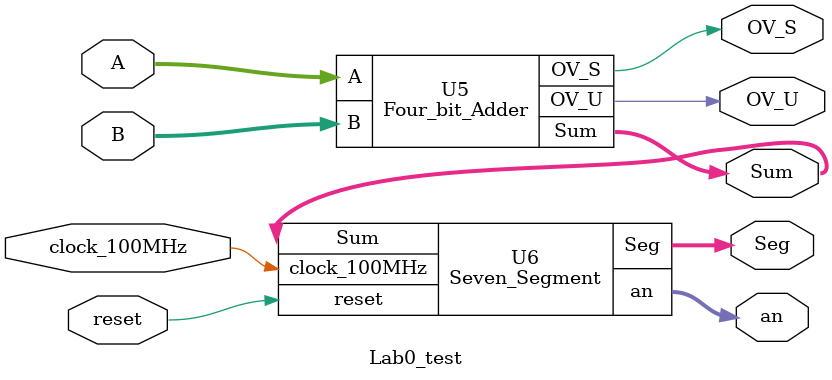
<source format=v>
`timescale 1ns / 1ps

module Four_bit_Adder(
input [3:0] A,
input [3:0] B,
output [3:0] Sum,
output reg OV_S,
output reg OV_U
);

wire [4:0] check;

assign check = A + B;

assign Sum = A + B;

always @(*)
begin
if (check[4] == 1)
 OV_U = 1;
else
 OV_U = 0;
 
if ($signed(check) != $signed(Sum))
 OV_S = 1;
else
 OV_S = 0;
end

endmodule

module Seven_Segment(
input [3:0] Sum,
input clock_100MHz,
input reset,
output reg [6:0] Seg,
output reg [3:0] an
);

reg disp_bit;
reg [1:0] digit_sel = 0;

always@(posedge clock_100MHz or posedge reset)
begin
  if (reset)
    digit_sel <= 0;
  else if (digit_sel == 2'b11)
    digit_sel <= 0;
  else
    digit_sel <= digit_sel + 1; 
end

always @(*)
begin
 case(digit_sel)
   2'b00: begin
           an = 4'b1110; //0th bit
           disp_bit = Sum[0];
          end
  2'b01: begin
           an = 4'b1101; //1st bit
           disp_bit = Sum[1];
         end
  2'b10: begin
           an = 4'b1011; //2nd bit
           disp_bit = Sum[2];
         end 
  2'b11: begin
           an = 4'b0111; //3rd bit
           disp_bit = Sum[3];
         end
  endcase       
end

always @(*)
begin
 case(disp_bit)
  1'b0: Seg = 7'b0000001; // "0"  
  1'b1: Seg = 7'b1001111; // "1" 
  default: Seg = 7'b0000001; // "0"
  endcase
end

endmodule



module Lab0_test(
input [3:0] A,
input [3:0] B,
input clock_100MHz,
input reset,
output OV_S,
output OV_U,
output [6:0] Seg,
output [3:0] an,
output [3:0] Sum
);

//wire [3:0] Sum;
//assign an = 4'b0000;

Four_bit_Adder U5(A,B,Sum,OV_S,OV_U);
Seven_Segment U6(Sum, clock_100MHz, reset, Seg, an);

endmodule




</source>
